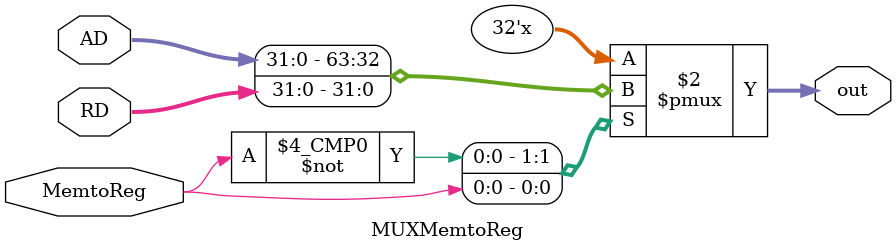
<source format=v>
`timescale 1ns / 1ps


module MUXMemtoReg(
	// MUX 2:1 FOR WD3 SOURCE
    input [31:0] AD, // FROM ALU OUTPUT
    input [31:0] RD, // FROM DATA MEMORY OUTPUT
	 input MemtoReg, // FROM CU
    output reg [31:0] out); //OUTPUT TO REGISTER FILE
	 
	 	// CASE FOR MUX, 1->RD, 0->AD
   always @ (RD or AD or MemtoReg) begin  
      case (MemtoReg)  
         1'b0 : out <= AD;  
         1'b1 : out <= RD;   
      endcase  
   end 


endmodule

</source>
